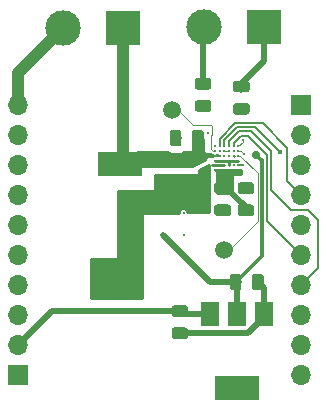
<source format=gbr>
G04 #@! TF.GenerationSoftware,KiCad,Pcbnew,5.1.1-8be2ce7~80~ubuntu18.10.1*
G04 #@! TF.CreationDate,2019-05-25T12:59:07+08:00*
G04 #@! TF.ProjectId,tas2562_dev_pcb,74617332-3536-4325-9f64-65765f706362,rev?*
G04 #@! TF.SameCoordinates,Original*
G04 #@! TF.FileFunction,Copper,L1,Top*
G04 #@! TF.FilePolarity,Positive*
%FSLAX46Y46*%
G04 Gerber Fmt 4.6, Leading zero omitted, Abs format (unit mm)*
G04 Created by KiCad (PCBNEW 5.1.1-8be2ce7~80~ubuntu18.10.1) date 2019-05-25 12:59:07*
%MOMM*%
%LPD*%
G04 APERTURE LIST*
%ADD10O,1.700000X1.700000*%
%ADD11R,1.700000X1.700000*%
%ADD12C,0.230000*%
%ADD13C,0.100000*%
%ADD14C,0.975000*%
%ADD15R,3.700000X2.100000*%
%ADD16R,3.000000X3.000000*%
%ADD17C,3.000000*%
%ADD18C,1.500000*%
%ADD19R,3.800000X2.000000*%
%ADD20R,1.500000X2.000000*%
%ADD21C,0.200000*%
%ADD22C,0.700000*%
%ADD23C,0.300000*%
%ADD24C,0.400000*%
%ADD25C,0.250000*%
%ADD26C,0.500000*%
%ADD27C,0.300000*%
%ADD28C,0.150000*%
%ADD29C,0.200000*%
%ADD30C,1.000000*%
%ADD31C,0.254000*%
G04 APERTURE END LIST*
D10*
X153517600Y-92710000D03*
X153517600Y-90170000D03*
X153517600Y-87630000D03*
X153517600Y-85090000D03*
X153517600Y-82550000D03*
X153517600Y-80010000D03*
X153517600Y-77470000D03*
X153517600Y-74930000D03*
X153517600Y-72390000D03*
D11*
X153517600Y-69850000D03*
D12*
X148218400Y-75345800D03*
X147818400Y-75345800D03*
X147418400Y-75345800D03*
X147018400Y-75345800D03*
X146618400Y-75345800D03*
X146218400Y-75345800D03*
X148218400Y-74945800D03*
X147818400Y-74945800D03*
X147418400Y-74945800D03*
X147018400Y-74945800D03*
X146618400Y-74945800D03*
X146218400Y-74945800D03*
X148218400Y-74545800D03*
X147818400Y-74545800D03*
X147418400Y-74545800D03*
X147018400Y-74545800D03*
X146618400Y-74545800D03*
X146218400Y-74545800D03*
X148218400Y-74145800D03*
X147818400Y-74145800D03*
X147418400Y-74145800D03*
X147018400Y-74145800D03*
X146618400Y-74145800D03*
X146218400Y-74145800D03*
X148218400Y-73745800D03*
X147818400Y-73745800D03*
X147418400Y-73745800D03*
X147018400Y-73745800D03*
X146618400Y-73745800D03*
X146218400Y-73745800D03*
X148218400Y-73345800D03*
X147818400Y-73345800D03*
X147448400Y-73345800D03*
X147018400Y-73345800D03*
X146618400Y-73345800D03*
X146218400Y-73345800D03*
D13*
G36*
X149324142Y-78253674D02*
G01*
X149347803Y-78257184D01*
X149371007Y-78262996D01*
X149393529Y-78271054D01*
X149415153Y-78281282D01*
X149435670Y-78293579D01*
X149454883Y-78307829D01*
X149472607Y-78323893D01*
X149488671Y-78341617D01*
X149502921Y-78360830D01*
X149515218Y-78381347D01*
X149525446Y-78402971D01*
X149533504Y-78425493D01*
X149539316Y-78448697D01*
X149542826Y-78472358D01*
X149544000Y-78496250D01*
X149544000Y-78983750D01*
X149542826Y-79007642D01*
X149539316Y-79031303D01*
X149533504Y-79054507D01*
X149525446Y-79077029D01*
X149515218Y-79098653D01*
X149502921Y-79119170D01*
X149488671Y-79138383D01*
X149472607Y-79156107D01*
X149454883Y-79172171D01*
X149435670Y-79186421D01*
X149415153Y-79198718D01*
X149393529Y-79208946D01*
X149371007Y-79217004D01*
X149347803Y-79222816D01*
X149324142Y-79226326D01*
X149300250Y-79227500D01*
X148387750Y-79227500D01*
X148363858Y-79226326D01*
X148340197Y-79222816D01*
X148316993Y-79217004D01*
X148294471Y-79208946D01*
X148272847Y-79198718D01*
X148252330Y-79186421D01*
X148233117Y-79172171D01*
X148215393Y-79156107D01*
X148199329Y-79138383D01*
X148185079Y-79119170D01*
X148172782Y-79098653D01*
X148162554Y-79077029D01*
X148154496Y-79054507D01*
X148148684Y-79031303D01*
X148145174Y-79007642D01*
X148144000Y-78983750D01*
X148144000Y-78496250D01*
X148145174Y-78472358D01*
X148148684Y-78448697D01*
X148154496Y-78425493D01*
X148162554Y-78402971D01*
X148172782Y-78381347D01*
X148185079Y-78360830D01*
X148199329Y-78341617D01*
X148215393Y-78323893D01*
X148233117Y-78307829D01*
X148252330Y-78293579D01*
X148272847Y-78281282D01*
X148294471Y-78271054D01*
X148316993Y-78262996D01*
X148340197Y-78257184D01*
X148363858Y-78253674D01*
X148387750Y-78252500D01*
X149300250Y-78252500D01*
X149324142Y-78253674D01*
X149324142Y-78253674D01*
G37*
D14*
X148844000Y-78740000D03*
D13*
G36*
X149324142Y-76378674D02*
G01*
X149347803Y-76382184D01*
X149371007Y-76387996D01*
X149393529Y-76396054D01*
X149415153Y-76406282D01*
X149435670Y-76418579D01*
X149454883Y-76432829D01*
X149472607Y-76448893D01*
X149488671Y-76466617D01*
X149502921Y-76485830D01*
X149515218Y-76506347D01*
X149525446Y-76527971D01*
X149533504Y-76550493D01*
X149539316Y-76573697D01*
X149542826Y-76597358D01*
X149544000Y-76621250D01*
X149544000Y-77108750D01*
X149542826Y-77132642D01*
X149539316Y-77156303D01*
X149533504Y-77179507D01*
X149525446Y-77202029D01*
X149515218Y-77223653D01*
X149502921Y-77244170D01*
X149488671Y-77263383D01*
X149472607Y-77281107D01*
X149454883Y-77297171D01*
X149435670Y-77311421D01*
X149415153Y-77323718D01*
X149393529Y-77333946D01*
X149371007Y-77342004D01*
X149347803Y-77347816D01*
X149324142Y-77351326D01*
X149300250Y-77352500D01*
X148387750Y-77352500D01*
X148363858Y-77351326D01*
X148340197Y-77347816D01*
X148316993Y-77342004D01*
X148294471Y-77333946D01*
X148272847Y-77323718D01*
X148252330Y-77311421D01*
X148233117Y-77297171D01*
X148215393Y-77281107D01*
X148199329Y-77263383D01*
X148185079Y-77244170D01*
X148172782Y-77223653D01*
X148162554Y-77202029D01*
X148154496Y-77179507D01*
X148148684Y-77156303D01*
X148145174Y-77132642D01*
X148144000Y-77108750D01*
X148144000Y-76621250D01*
X148145174Y-76597358D01*
X148148684Y-76573697D01*
X148154496Y-76550493D01*
X148162554Y-76527971D01*
X148172782Y-76506347D01*
X148185079Y-76485830D01*
X148199329Y-76466617D01*
X148215393Y-76448893D01*
X148233117Y-76432829D01*
X148252330Y-76418579D01*
X148272847Y-76406282D01*
X148294471Y-76396054D01*
X148316993Y-76387996D01*
X148340197Y-76382184D01*
X148363858Y-76378674D01*
X148387750Y-76377500D01*
X149300250Y-76377500D01*
X149324142Y-76378674D01*
X149324142Y-76378674D01*
G37*
D14*
X148844000Y-76865000D03*
D15*
X138176000Y-74853800D03*
X138176000Y-85140800D03*
D13*
G36*
X143736142Y-88667674D02*
G01*
X143759803Y-88671184D01*
X143783007Y-88676996D01*
X143805529Y-88685054D01*
X143827153Y-88695282D01*
X143847670Y-88707579D01*
X143866883Y-88721829D01*
X143884607Y-88737893D01*
X143900671Y-88755617D01*
X143914921Y-88774830D01*
X143927218Y-88795347D01*
X143937446Y-88816971D01*
X143945504Y-88839493D01*
X143951316Y-88862697D01*
X143954826Y-88886358D01*
X143956000Y-88910250D01*
X143956000Y-89397750D01*
X143954826Y-89421642D01*
X143951316Y-89445303D01*
X143945504Y-89468507D01*
X143937446Y-89491029D01*
X143927218Y-89512653D01*
X143914921Y-89533170D01*
X143900671Y-89552383D01*
X143884607Y-89570107D01*
X143866883Y-89586171D01*
X143847670Y-89600421D01*
X143827153Y-89612718D01*
X143805529Y-89622946D01*
X143783007Y-89631004D01*
X143759803Y-89636816D01*
X143736142Y-89640326D01*
X143712250Y-89641500D01*
X142799750Y-89641500D01*
X142775858Y-89640326D01*
X142752197Y-89636816D01*
X142728993Y-89631004D01*
X142706471Y-89622946D01*
X142684847Y-89612718D01*
X142664330Y-89600421D01*
X142645117Y-89586171D01*
X142627393Y-89570107D01*
X142611329Y-89552383D01*
X142597079Y-89533170D01*
X142584782Y-89512653D01*
X142574554Y-89491029D01*
X142566496Y-89468507D01*
X142560684Y-89445303D01*
X142557174Y-89421642D01*
X142556000Y-89397750D01*
X142556000Y-88910250D01*
X142557174Y-88886358D01*
X142560684Y-88862697D01*
X142566496Y-88839493D01*
X142574554Y-88816971D01*
X142584782Y-88795347D01*
X142597079Y-88774830D01*
X142611329Y-88755617D01*
X142627393Y-88737893D01*
X142645117Y-88721829D01*
X142664330Y-88707579D01*
X142684847Y-88695282D01*
X142706471Y-88685054D01*
X142728993Y-88676996D01*
X142752197Y-88671184D01*
X142775858Y-88667674D01*
X142799750Y-88666500D01*
X143712250Y-88666500D01*
X143736142Y-88667674D01*
X143736142Y-88667674D01*
G37*
D14*
X143256000Y-89154000D03*
D13*
G36*
X143736142Y-86792674D02*
G01*
X143759803Y-86796184D01*
X143783007Y-86801996D01*
X143805529Y-86810054D01*
X143827153Y-86820282D01*
X143847670Y-86832579D01*
X143866883Y-86846829D01*
X143884607Y-86862893D01*
X143900671Y-86880617D01*
X143914921Y-86899830D01*
X143927218Y-86920347D01*
X143937446Y-86941971D01*
X143945504Y-86964493D01*
X143951316Y-86987697D01*
X143954826Y-87011358D01*
X143956000Y-87035250D01*
X143956000Y-87522750D01*
X143954826Y-87546642D01*
X143951316Y-87570303D01*
X143945504Y-87593507D01*
X143937446Y-87616029D01*
X143927218Y-87637653D01*
X143914921Y-87658170D01*
X143900671Y-87677383D01*
X143884607Y-87695107D01*
X143866883Y-87711171D01*
X143847670Y-87725421D01*
X143827153Y-87737718D01*
X143805529Y-87747946D01*
X143783007Y-87756004D01*
X143759803Y-87761816D01*
X143736142Y-87765326D01*
X143712250Y-87766500D01*
X142799750Y-87766500D01*
X142775858Y-87765326D01*
X142752197Y-87761816D01*
X142728993Y-87756004D01*
X142706471Y-87747946D01*
X142684847Y-87737718D01*
X142664330Y-87725421D01*
X142645117Y-87711171D01*
X142627393Y-87695107D01*
X142611329Y-87677383D01*
X142597079Y-87658170D01*
X142584782Y-87637653D01*
X142574554Y-87616029D01*
X142566496Y-87593507D01*
X142560684Y-87570303D01*
X142557174Y-87546642D01*
X142556000Y-87522750D01*
X142556000Y-87035250D01*
X142557174Y-87011358D01*
X142560684Y-86987697D01*
X142566496Y-86964493D01*
X142574554Y-86941971D01*
X142584782Y-86920347D01*
X142597079Y-86899830D01*
X142611329Y-86880617D01*
X142627393Y-86862893D01*
X142645117Y-86846829D01*
X142664330Y-86832579D01*
X142684847Y-86820282D01*
X142706471Y-86810054D01*
X142728993Y-86801996D01*
X142752197Y-86796184D01*
X142775858Y-86792674D01*
X142799750Y-86791500D01*
X143712250Y-86791500D01*
X143736142Y-86792674D01*
X143736142Y-86792674D01*
G37*
D14*
X143256000Y-87279000D03*
D13*
G36*
X148252642Y-84137174D02*
G01*
X148276303Y-84140684D01*
X148299507Y-84146496D01*
X148322029Y-84154554D01*
X148343653Y-84164782D01*
X148364170Y-84177079D01*
X148383383Y-84191329D01*
X148401107Y-84207393D01*
X148417171Y-84225117D01*
X148431421Y-84244330D01*
X148443718Y-84264847D01*
X148453946Y-84286471D01*
X148462004Y-84308993D01*
X148467816Y-84332197D01*
X148471326Y-84355858D01*
X148472500Y-84379750D01*
X148472500Y-85292250D01*
X148471326Y-85316142D01*
X148467816Y-85339803D01*
X148462004Y-85363007D01*
X148453946Y-85385529D01*
X148443718Y-85407153D01*
X148431421Y-85427670D01*
X148417171Y-85446883D01*
X148401107Y-85464607D01*
X148383383Y-85480671D01*
X148364170Y-85494921D01*
X148343653Y-85507218D01*
X148322029Y-85517446D01*
X148299507Y-85525504D01*
X148276303Y-85531316D01*
X148252642Y-85534826D01*
X148228750Y-85536000D01*
X147741250Y-85536000D01*
X147717358Y-85534826D01*
X147693697Y-85531316D01*
X147670493Y-85525504D01*
X147647971Y-85517446D01*
X147626347Y-85507218D01*
X147605830Y-85494921D01*
X147586617Y-85480671D01*
X147568893Y-85464607D01*
X147552829Y-85446883D01*
X147538579Y-85427670D01*
X147526282Y-85407153D01*
X147516054Y-85385529D01*
X147507996Y-85363007D01*
X147502184Y-85339803D01*
X147498674Y-85316142D01*
X147497500Y-85292250D01*
X147497500Y-84379750D01*
X147498674Y-84355858D01*
X147502184Y-84332197D01*
X147507996Y-84308993D01*
X147516054Y-84286471D01*
X147526282Y-84264847D01*
X147538579Y-84244330D01*
X147552829Y-84225117D01*
X147568893Y-84207393D01*
X147586617Y-84191329D01*
X147605830Y-84177079D01*
X147626347Y-84164782D01*
X147647971Y-84154554D01*
X147670493Y-84146496D01*
X147693697Y-84140684D01*
X147717358Y-84137174D01*
X147741250Y-84136000D01*
X148228750Y-84136000D01*
X148252642Y-84137174D01*
X148252642Y-84137174D01*
G37*
D14*
X147985000Y-84836000D03*
D13*
G36*
X150127642Y-84137174D02*
G01*
X150151303Y-84140684D01*
X150174507Y-84146496D01*
X150197029Y-84154554D01*
X150218653Y-84164782D01*
X150239170Y-84177079D01*
X150258383Y-84191329D01*
X150276107Y-84207393D01*
X150292171Y-84225117D01*
X150306421Y-84244330D01*
X150318718Y-84264847D01*
X150328946Y-84286471D01*
X150337004Y-84308993D01*
X150342816Y-84332197D01*
X150346326Y-84355858D01*
X150347500Y-84379750D01*
X150347500Y-85292250D01*
X150346326Y-85316142D01*
X150342816Y-85339803D01*
X150337004Y-85363007D01*
X150328946Y-85385529D01*
X150318718Y-85407153D01*
X150306421Y-85427670D01*
X150292171Y-85446883D01*
X150276107Y-85464607D01*
X150258383Y-85480671D01*
X150239170Y-85494921D01*
X150218653Y-85507218D01*
X150197029Y-85517446D01*
X150174507Y-85525504D01*
X150151303Y-85531316D01*
X150127642Y-85534826D01*
X150103750Y-85536000D01*
X149616250Y-85536000D01*
X149592358Y-85534826D01*
X149568697Y-85531316D01*
X149545493Y-85525504D01*
X149522971Y-85517446D01*
X149501347Y-85507218D01*
X149480830Y-85494921D01*
X149461617Y-85480671D01*
X149443893Y-85464607D01*
X149427829Y-85446883D01*
X149413579Y-85427670D01*
X149401282Y-85407153D01*
X149391054Y-85385529D01*
X149382996Y-85363007D01*
X149377184Y-85339803D01*
X149373674Y-85316142D01*
X149372500Y-85292250D01*
X149372500Y-84379750D01*
X149373674Y-84355858D01*
X149377184Y-84332197D01*
X149382996Y-84308993D01*
X149391054Y-84286471D01*
X149401282Y-84264847D01*
X149413579Y-84244330D01*
X149427829Y-84225117D01*
X149443893Y-84207393D01*
X149461617Y-84191329D01*
X149480830Y-84177079D01*
X149501347Y-84164782D01*
X149522971Y-84154554D01*
X149545493Y-84146496D01*
X149568697Y-84140684D01*
X149592358Y-84137174D01*
X149616250Y-84136000D01*
X150103750Y-84136000D01*
X150127642Y-84137174D01*
X150127642Y-84137174D01*
G37*
D14*
X149860000Y-84836000D03*
D13*
G36*
X147355642Y-78253674D02*
G01*
X147379303Y-78257184D01*
X147402507Y-78262996D01*
X147425029Y-78271054D01*
X147446653Y-78281282D01*
X147467170Y-78293579D01*
X147486383Y-78307829D01*
X147504107Y-78323893D01*
X147520171Y-78341617D01*
X147534421Y-78360830D01*
X147546718Y-78381347D01*
X147556946Y-78402971D01*
X147565004Y-78425493D01*
X147570816Y-78448697D01*
X147574326Y-78472358D01*
X147575500Y-78496250D01*
X147575500Y-78983750D01*
X147574326Y-79007642D01*
X147570816Y-79031303D01*
X147565004Y-79054507D01*
X147556946Y-79077029D01*
X147546718Y-79098653D01*
X147534421Y-79119170D01*
X147520171Y-79138383D01*
X147504107Y-79156107D01*
X147486383Y-79172171D01*
X147467170Y-79186421D01*
X147446653Y-79198718D01*
X147425029Y-79208946D01*
X147402507Y-79217004D01*
X147379303Y-79222816D01*
X147355642Y-79226326D01*
X147331750Y-79227500D01*
X146419250Y-79227500D01*
X146395358Y-79226326D01*
X146371697Y-79222816D01*
X146348493Y-79217004D01*
X146325971Y-79208946D01*
X146304347Y-79198718D01*
X146283830Y-79186421D01*
X146264617Y-79172171D01*
X146246893Y-79156107D01*
X146230829Y-79138383D01*
X146216579Y-79119170D01*
X146204282Y-79098653D01*
X146194054Y-79077029D01*
X146185996Y-79054507D01*
X146180184Y-79031303D01*
X146176674Y-79007642D01*
X146175500Y-78983750D01*
X146175500Y-78496250D01*
X146176674Y-78472358D01*
X146180184Y-78448697D01*
X146185996Y-78425493D01*
X146194054Y-78402971D01*
X146204282Y-78381347D01*
X146216579Y-78360830D01*
X146230829Y-78341617D01*
X146246893Y-78323893D01*
X146264617Y-78307829D01*
X146283830Y-78293579D01*
X146304347Y-78281282D01*
X146325971Y-78271054D01*
X146348493Y-78262996D01*
X146371697Y-78257184D01*
X146395358Y-78253674D01*
X146419250Y-78252500D01*
X147331750Y-78252500D01*
X147355642Y-78253674D01*
X147355642Y-78253674D01*
G37*
D14*
X146875500Y-78740000D03*
D13*
G36*
X147355642Y-76378674D02*
G01*
X147379303Y-76382184D01*
X147402507Y-76387996D01*
X147425029Y-76396054D01*
X147446653Y-76406282D01*
X147467170Y-76418579D01*
X147486383Y-76432829D01*
X147504107Y-76448893D01*
X147520171Y-76466617D01*
X147534421Y-76485830D01*
X147546718Y-76506347D01*
X147556946Y-76527971D01*
X147565004Y-76550493D01*
X147570816Y-76573697D01*
X147574326Y-76597358D01*
X147575500Y-76621250D01*
X147575500Y-77108750D01*
X147574326Y-77132642D01*
X147570816Y-77156303D01*
X147565004Y-77179507D01*
X147556946Y-77202029D01*
X147546718Y-77223653D01*
X147534421Y-77244170D01*
X147520171Y-77263383D01*
X147504107Y-77281107D01*
X147486383Y-77297171D01*
X147467170Y-77311421D01*
X147446653Y-77323718D01*
X147425029Y-77333946D01*
X147402507Y-77342004D01*
X147379303Y-77347816D01*
X147355642Y-77351326D01*
X147331750Y-77352500D01*
X146419250Y-77352500D01*
X146395358Y-77351326D01*
X146371697Y-77347816D01*
X146348493Y-77342004D01*
X146325971Y-77333946D01*
X146304347Y-77323718D01*
X146283830Y-77311421D01*
X146264617Y-77297171D01*
X146246893Y-77281107D01*
X146230829Y-77263383D01*
X146216579Y-77244170D01*
X146204282Y-77223653D01*
X146194054Y-77202029D01*
X146185996Y-77179507D01*
X146180184Y-77156303D01*
X146176674Y-77132642D01*
X146175500Y-77108750D01*
X146175500Y-76621250D01*
X146176674Y-76597358D01*
X146180184Y-76573697D01*
X146185996Y-76550493D01*
X146194054Y-76527971D01*
X146204282Y-76506347D01*
X146216579Y-76485830D01*
X146230829Y-76466617D01*
X146246893Y-76448893D01*
X146264617Y-76432829D01*
X146283830Y-76418579D01*
X146304347Y-76406282D01*
X146325971Y-76396054D01*
X146348493Y-76387996D01*
X146371697Y-76382184D01*
X146395358Y-76378674D01*
X146419250Y-76377500D01*
X147331750Y-76377500D01*
X147355642Y-76378674D01*
X147355642Y-76378674D01*
G37*
D14*
X146875500Y-76865000D03*
D13*
G36*
X143172642Y-71945174D02*
G01*
X143196303Y-71948684D01*
X143219507Y-71954496D01*
X143242029Y-71962554D01*
X143263653Y-71972782D01*
X143284170Y-71985079D01*
X143303383Y-71999329D01*
X143321107Y-72015393D01*
X143337171Y-72033117D01*
X143351421Y-72052330D01*
X143363718Y-72072847D01*
X143373946Y-72094471D01*
X143382004Y-72116993D01*
X143387816Y-72140197D01*
X143391326Y-72163858D01*
X143392500Y-72187750D01*
X143392500Y-73100250D01*
X143391326Y-73124142D01*
X143387816Y-73147803D01*
X143382004Y-73171007D01*
X143373946Y-73193529D01*
X143363718Y-73215153D01*
X143351421Y-73235670D01*
X143337171Y-73254883D01*
X143321107Y-73272607D01*
X143303383Y-73288671D01*
X143284170Y-73302921D01*
X143263653Y-73315218D01*
X143242029Y-73325446D01*
X143219507Y-73333504D01*
X143196303Y-73339316D01*
X143172642Y-73342826D01*
X143148750Y-73344000D01*
X142661250Y-73344000D01*
X142637358Y-73342826D01*
X142613697Y-73339316D01*
X142590493Y-73333504D01*
X142567971Y-73325446D01*
X142546347Y-73315218D01*
X142525830Y-73302921D01*
X142506617Y-73288671D01*
X142488893Y-73272607D01*
X142472829Y-73254883D01*
X142458579Y-73235670D01*
X142446282Y-73215153D01*
X142436054Y-73193529D01*
X142427996Y-73171007D01*
X142422184Y-73147803D01*
X142418674Y-73124142D01*
X142417500Y-73100250D01*
X142417500Y-72187750D01*
X142418674Y-72163858D01*
X142422184Y-72140197D01*
X142427996Y-72116993D01*
X142436054Y-72094471D01*
X142446282Y-72072847D01*
X142458579Y-72052330D01*
X142472829Y-72033117D01*
X142488893Y-72015393D01*
X142506617Y-71999329D01*
X142525830Y-71985079D01*
X142546347Y-71972782D01*
X142567971Y-71962554D01*
X142590493Y-71954496D01*
X142613697Y-71948684D01*
X142637358Y-71945174D01*
X142661250Y-71944000D01*
X143148750Y-71944000D01*
X143172642Y-71945174D01*
X143172642Y-71945174D01*
G37*
D14*
X142905000Y-72644000D03*
D13*
G36*
X145047642Y-71945174D02*
G01*
X145071303Y-71948684D01*
X145094507Y-71954496D01*
X145117029Y-71962554D01*
X145138653Y-71972782D01*
X145159170Y-71985079D01*
X145178383Y-71999329D01*
X145196107Y-72015393D01*
X145212171Y-72033117D01*
X145226421Y-72052330D01*
X145238718Y-72072847D01*
X145248946Y-72094471D01*
X145257004Y-72116993D01*
X145262816Y-72140197D01*
X145266326Y-72163858D01*
X145267500Y-72187750D01*
X145267500Y-73100250D01*
X145266326Y-73124142D01*
X145262816Y-73147803D01*
X145257004Y-73171007D01*
X145248946Y-73193529D01*
X145238718Y-73215153D01*
X145226421Y-73235670D01*
X145212171Y-73254883D01*
X145196107Y-73272607D01*
X145178383Y-73288671D01*
X145159170Y-73302921D01*
X145138653Y-73315218D01*
X145117029Y-73325446D01*
X145094507Y-73333504D01*
X145071303Y-73339316D01*
X145047642Y-73342826D01*
X145023750Y-73344000D01*
X144536250Y-73344000D01*
X144512358Y-73342826D01*
X144488697Y-73339316D01*
X144465493Y-73333504D01*
X144442971Y-73325446D01*
X144421347Y-73315218D01*
X144400830Y-73302921D01*
X144381617Y-73288671D01*
X144363893Y-73272607D01*
X144347829Y-73254883D01*
X144333579Y-73235670D01*
X144321282Y-73215153D01*
X144311054Y-73193529D01*
X144302996Y-73171007D01*
X144297184Y-73147803D01*
X144293674Y-73124142D01*
X144292500Y-73100250D01*
X144292500Y-72187750D01*
X144293674Y-72163858D01*
X144297184Y-72140197D01*
X144302996Y-72116993D01*
X144311054Y-72094471D01*
X144321282Y-72072847D01*
X144333579Y-72052330D01*
X144347829Y-72033117D01*
X144363893Y-72015393D01*
X144381617Y-71999329D01*
X144400830Y-71985079D01*
X144421347Y-71972782D01*
X144442971Y-71962554D01*
X144465493Y-71954496D01*
X144488697Y-71948684D01*
X144512358Y-71945174D01*
X144536250Y-71944000D01*
X145023750Y-71944000D01*
X145047642Y-71945174D01*
X145047642Y-71945174D01*
G37*
D14*
X144780000Y-72644000D03*
D11*
X153517600Y-69850000D03*
D10*
X153517600Y-72390000D03*
X153517600Y-74930000D03*
X153517600Y-77470000D03*
X153517600Y-80010000D03*
X153517600Y-82550000D03*
X153517600Y-85090000D03*
X153517600Y-87630000D03*
X153517600Y-90170000D03*
X153517600Y-92710000D03*
D16*
X138430000Y-63347600D03*
D17*
X133350000Y-63347600D03*
D10*
X129540000Y-69850000D03*
X129540000Y-72390000D03*
X129540000Y-74930000D03*
X129540000Y-77470000D03*
X129540000Y-80010000D03*
X129540000Y-82550000D03*
X129540000Y-85090000D03*
X129540000Y-87630000D03*
X129540000Y-90170000D03*
D11*
X129540000Y-92710000D03*
D13*
G36*
X145704642Y-67552174D02*
G01*
X145728303Y-67555684D01*
X145751507Y-67561496D01*
X145774029Y-67569554D01*
X145795653Y-67579782D01*
X145816170Y-67592079D01*
X145835383Y-67606329D01*
X145853107Y-67622393D01*
X145869171Y-67640117D01*
X145883421Y-67659330D01*
X145895718Y-67679847D01*
X145905946Y-67701471D01*
X145914004Y-67723993D01*
X145919816Y-67747197D01*
X145923326Y-67770858D01*
X145924500Y-67794750D01*
X145924500Y-68282250D01*
X145923326Y-68306142D01*
X145919816Y-68329803D01*
X145914004Y-68353007D01*
X145905946Y-68375529D01*
X145895718Y-68397153D01*
X145883421Y-68417670D01*
X145869171Y-68436883D01*
X145853107Y-68454607D01*
X145835383Y-68470671D01*
X145816170Y-68484921D01*
X145795653Y-68497218D01*
X145774029Y-68507446D01*
X145751507Y-68515504D01*
X145728303Y-68521316D01*
X145704642Y-68524826D01*
X145680750Y-68526000D01*
X144768250Y-68526000D01*
X144744358Y-68524826D01*
X144720697Y-68521316D01*
X144697493Y-68515504D01*
X144674971Y-68507446D01*
X144653347Y-68497218D01*
X144632830Y-68484921D01*
X144613617Y-68470671D01*
X144595893Y-68454607D01*
X144579829Y-68436883D01*
X144565579Y-68417670D01*
X144553282Y-68397153D01*
X144543054Y-68375529D01*
X144534996Y-68353007D01*
X144529184Y-68329803D01*
X144525674Y-68306142D01*
X144524500Y-68282250D01*
X144524500Y-67794750D01*
X144525674Y-67770858D01*
X144529184Y-67747197D01*
X144534996Y-67723993D01*
X144543054Y-67701471D01*
X144553282Y-67679847D01*
X144565579Y-67659330D01*
X144579829Y-67640117D01*
X144595893Y-67622393D01*
X144613617Y-67606329D01*
X144632830Y-67592079D01*
X144653347Y-67579782D01*
X144674971Y-67569554D01*
X144697493Y-67561496D01*
X144720697Y-67555684D01*
X144744358Y-67552174D01*
X144768250Y-67551000D01*
X145680750Y-67551000D01*
X145704642Y-67552174D01*
X145704642Y-67552174D01*
G37*
D14*
X145224500Y-68038500D03*
D13*
G36*
X145704642Y-69427174D02*
G01*
X145728303Y-69430684D01*
X145751507Y-69436496D01*
X145774029Y-69444554D01*
X145795653Y-69454782D01*
X145816170Y-69467079D01*
X145835383Y-69481329D01*
X145853107Y-69497393D01*
X145869171Y-69515117D01*
X145883421Y-69534330D01*
X145895718Y-69554847D01*
X145905946Y-69576471D01*
X145914004Y-69598993D01*
X145919816Y-69622197D01*
X145923326Y-69645858D01*
X145924500Y-69669750D01*
X145924500Y-70157250D01*
X145923326Y-70181142D01*
X145919816Y-70204803D01*
X145914004Y-70228007D01*
X145905946Y-70250529D01*
X145895718Y-70272153D01*
X145883421Y-70292670D01*
X145869171Y-70311883D01*
X145853107Y-70329607D01*
X145835383Y-70345671D01*
X145816170Y-70359921D01*
X145795653Y-70372218D01*
X145774029Y-70382446D01*
X145751507Y-70390504D01*
X145728303Y-70396316D01*
X145704642Y-70399826D01*
X145680750Y-70401000D01*
X144768250Y-70401000D01*
X144744358Y-70399826D01*
X144720697Y-70396316D01*
X144697493Y-70390504D01*
X144674971Y-70382446D01*
X144653347Y-70372218D01*
X144632830Y-70359921D01*
X144613617Y-70345671D01*
X144595893Y-70329607D01*
X144579829Y-70311883D01*
X144565579Y-70292670D01*
X144553282Y-70272153D01*
X144543054Y-70250529D01*
X144534996Y-70228007D01*
X144529184Y-70204803D01*
X144525674Y-70181142D01*
X144524500Y-70157250D01*
X144524500Y-69669750D01*
X144525674Y-69645858D01*
X144529184Y-69622197D01*
X144534996Y-69598993D01*
X144543054Y-69576471D01*
X144553282Y-69554847D01*
X144565579Y-69534330D01*
X144579829Y-69515117D01*
X144595893Y-69497393D01*
X144613617Y-69481329D01*
X144632830Y-69467079D01*
X144653347Y-69454782D01*
X144674971Y-69444554D01*
X144697493Y-69436496D01*
X144720697Y-69430684D01*
X144744358Y-69427174D01*
X144768250Y-69426000D01*
X145680750Y-69426000D01*
X145704642Y-69427174D01*
X145704642Y-69427174D01*
G37*
D14*
X145224500Y-69913500D03*
D13*
G36*
X148943142Y-67791174D02*
G01*
X148966803Y-67794684D01*
X148990007Y-67800496D01*
X149012529Y-67808554D01*
X149034153Y-67818782D01*
X149054670Y-67831079D01*
X149073883Y-67845329D01*
X149091607Y-67861393D01*
X149107671Y-67879117D01*
X149121921Y-67898330D01*
X149134218Y-67918847D01*
X149144446Y-67940471D01*
X149152504Y-67962993D01*
X149158316Y-67986197D01*
X149161826Y-68009858D01*
X149163000Y-68033750D01*
X149163000Y-68521250D01*
X149161826Y-68545142D01*
X149158316Y-68568803D01*
X149152504Y-68592007D01*
X149144446Y-68614529D01*
X149134218Y-68636153D01*
X149121921Y-68656670D01*
X149107671Y-68675883D01*
X149091607Y-68693607D01*
X149073883Y-68709671D01*
X149054670Y-68723921D01*
X149034153Y-68736218D01*
X149012529Y-68746446D01*
X148990007Y-68754504D01*
X148966803Y-68760316D01*
X148943142Y-68763826D01*
X148919250Y-68765000D01*
X148006750Y-68765000D01*
X147982858Y-68763826D01*
X147959197Y-68760316D01*
X147935993Y-68754504D01*
X147913471Y-68746446D01*
X147891847Y-68736218D01*
X147871330Y-68723921D01*
X147852117Y-68709671D01*
X147834393Y-68693607D01*
X147818329Y-68675883D01*
X147804079Y-68656670D01*
X147791782Y-68636153D01*
X147781554Y-68614529D01*
X147773496Y-68592007D01*
X147767684Y-68568803D01*
X147764174Y-68545142D01*
X147763000Y-68521250D01*
X147763000Y-68033750D01*
X147764174Y-68009858D01*
X147767684Y-67986197D01*
X147773496Y-67962993D01*
X147781554Y-67940471D01*
X147791782Y-67918847D01*
X147804079Y-67898330D01*
X147818329Y-67879117D01*
X147834393Y-67861393D01*
X147852117Y-67845329D01*
X147871330Y-67831079D01*
X147891847Y-67818782D01*
X147913471Y-67808554D01*
X147935993Y-67800496D01*
X147959197Y-67794684D01*
X147982858Y-67791174D01*
X148006750Y-67790000D01*
X148919250Y-67790000D01*
X148943142Y-67791174D01*
X148943142Y-67791174D01*
G37*
D14*
X148463000Y-68277500D03*
D13*
G36*
X148943142Y-69666174D02*
G01*
X148966803Y-69669684D01*
X148990007Y-69675496D01*
X149012529Y-69683554D01*
X149034153Y-69693782D01*
X149054670Y-69706079D01*
X149073883Y-69720329D01*
X149091607Y-69736393D01*
X149107671Y-69754117D01*
X149121921Y-69773330D01*
X149134218Y-69793847D01*
X149144446Y-69815471D01*
X149152504Y-69837993D01*
X149158316Y-69861197D01*
X149161826Y-69884858D01*
X149163000Y-69908750D01*
X149163000Y-70396250D01*
X149161826Y-70420142D01*
X149158316Y-70443803D01*
X149152504Y-70467007D01*
X149144446Y-70489529D01*
X149134218Y-70511153D01*
X149121921Y-70531670D01*
X149107671Y-70550883D01*
X149091607Y-70568607D01*
X149073883Y-70584671D01*
X149054670Y-70598921D01*
X149034153Y-70611218D01*
X149012529Y-70621446D01*
X148990007Y-70629504D01*
X148966803Y-70635316D01*
X148943142Y-70638826D01*
X148919250Y-70640000D01*
X148006750Y-70640000D01*
X147982858Y-70638826D01*
X147959197Y-70635316D01*
X147935993Y-70629504D01*
X147913471Y-70621446D01*
X147891847Y-70611218D01*
X147871330Y-70598921D01*
X147852117Y-70584671D01*
X147834393Y-70568607D01*
X147818329Y-70550883D01*
X147804079Y-70531670D01*
X147791782Y-70511153D01*
X147781554Y-70489529D01*
X147773496Y-70467007D01*
X147767684Y-70443803D01*
X147764174Y-70420142D01*
X147763000Y-70396250D01*
X147763000Y-69908750D01*
X147764174Y-69884858D01*
X147767684Y-69861197D01*
X147773496Y-69837993D01*
X147781554Y-69815471D01*
X147791782Y-69793847D01*
X147804079Y-69773330D01*
X147818329Y-69754117D01*
X147834393Y-69736393D01*
X147852117Y-69720329D01*
X147871330Y-69706079D01*
X147891847Y-69693782D01*
X147913471Y-69683554D01*
X147935993Y-69675496D01*
X147959197Y-69669684D01*
X147982858Y-69666174D01*
X148006750Y-69665000D01*
X148919250Y-69665000D01*
X148943142Y-69666174D01*
X148943142Y-69666174D01*
G37*
D14*
X148463000Y-70152500D03*
D17*
X145288000Y-63246000D03*
D16*
X150368000Y-63246000D03*
D18*
X142557500Y-70231000D03*
X147002500Y-82105500D03*
D19*
X148082000Y-93828000D03*
D20*
X148082000Y-87528000D03*
X145782000Y-87528000D03*
X150382000Y-87528000D03*
D21*
X148919080Y-76703267D03*
X147430790Y-74158190D03*
X141859000Y-80873600D03*
D22*
X149723010Y-74041000D03*
D21*
X148674064Y-73983116D03*
X143588500Y-78945500D03*
X146218400Y-73345800D03*
X143611600Y-80797400D03*
D23*
X144637112Y-74025112D03*
X143288968Y-74025112D03*
X141940828Y-74025112D03*
X140592688Y-74025112D03*
X141266758Y-74025112D03*
X142614898Y-74025112D03*
X143963038Y-74025112D03*
X138176000Y-74853800D03*
D21*
X146240500Y-74168000D03*
X146618400Y-74145800D03*
X146618400Y-74145800D03*
X146618400Y-74145800D03*
X146618400Y-74145800D03*
X146618400Y-74145800D03*
X146618400Y-74145800D03*
D23*
X144637112Y-74533112D03*
X141940828Y-74533112D03*
X143963038Y-74533112D03*
X140592688Y-74533112D03*
X142614898Y-74533112D03*
X141266758Y-74533112D03*
X143288968Y-74533112D03*
X144780000Y-72644000D03*
X145278424Y-74145800D03*
D21*
X146218400Y-74945800D03*
X146618400Y-74945800D03*
X145605510Y-75183998D03*
X145542000Y-75755500D03*
X147818400Y-74145800D03*
X147018400Y-74145800D03*
D23*
X145224500Y-66865500D03*
D21*
X148590000Y-72771004D03*
D24*
X151701500Y-73787000D03*
D21*
X146618400Y-73745800D03*
X147818400Y-74945800D03*
D23*
X145224500Y-69913500D03*
D21*
X148584010Y-74945800D03*
X148463000Y-70152516D03*
X145669000Y-72199500D03*
X147827119Y-73752957D03*
X147018400Y-74545800D03*
X146218400Y-74545800D03*
X146618400Y-74545800D03*
X147418400Y-74945800D03*
D23*
X146939000Y-78456000D03*
X149860000Y-84836000D03*
X150382000Y-85866000D03*
X150382000Y-87528000D03*
X143256000Y-89154000D03*
X146177000Y-89154000D03*
X147574000Y-89154000D03*
X144653000Y-89154000D03*
X149274250Y-88885750D03*
D21*
X147418400Y-73745800D03*
D23*
X142905000Y-72644000D03*
D25*
X146218400Y-75345800D02*
X148218400Y-75345800D01*
D26*
X146939000Y-76581000D02*
X148844000Y-78486000D01*
X148082000Y-84933000D02*
X147985000Y-84836000D01*
X148082000Y-87528000D02*
X148082000Y-84933000D01*
X147985000Y-84836000D02*
X145821400Y-84836000D01*
X145821400Y-84836000D02*
X141859000Y-80873600D01*
D13*
X148574065Y-73883117D02*
X148674064Y-73983116D01*
X148218400Y-73745800D02*
X148436748Y-73745800D01*
X148436748Y-73745800D02*
X148574065Y-73883117D01*
D27*
X147985000Y-84836000D02*
X150210011Y-82610989D01*
X150073009Y-74390999D02*
X149723010Y-74041000D01*
X150210011Y-74528001D02*
X150073009Y-74390999D01*
X150210011Y-82610989D02*
X150210011Y-74528001D01*
D28*
X146402874Y-74145800D02*
X146618400Y-74145800D01*
D26*
X138176000Y-74853800D02*
X139903200Y-74853800D01*
D28*
X145557888Y-74152112D02*
X146240500Y-74168000D01*
D26*
X145272112Y-74152112D02*
X145557888Y-74152112D01*
X141227688Y-74152112D02*
X142097112Y-74152112D01*
X142097112Y-74152112D02*
X142732112Y-74152112D01*
X142732112Y-74152112D02*
X143208388Y-74152112D01*
X143652888Y-74152112D02*
X144287888Y-74152112D01*
D13*
X144287888Y-74025112D02*
X144002112Y-74025112D01*
D26*
X144922888Y-74152112D02*
X145272112Y-74152112D01*
X144287888Y-74152112D02*
X144637112Y-74152112D01*
D29*
X144643424Y-74018800D02*
X144637112Y-74025112D01*
D13*
X146218400Y-74145800D02*
X146472300Y-74145800D01*
D29*
X145627700Y-74145800D02*
X146472300Y-74145800D01*
D13*
X146472300Y-74145800D02*
X146618400Y-74145800D01*
D29*
X146618400Y-74145800D02*
X145627700Y-74145800D01*
D13*
X146218400Y-74145800D02*
X145646800Y-74145800D01*
D29*
X145646800Y-74145800D02*
X146618400Y-74145800D01*
D26*
X140526000Y-74853800D02*
X141227688Y-74152112D01*
D28*
X146240500Y-74168000D02*
X146402874Y-74145800D01*
D13*
X146618400Y-74145800D02*
X146618400Y-74145800D01*
X146618400Y-74145800D02*
X146618400Y-74145800D01*
X146618400Y-74145800D02*
X146618400Y-74145800D01*
X146618400Y-74145800D02*
X146618400Y-74145800D01*
X146618400Y-74145800D02*
X146618400Y-74145800D01*
X146618400Y-74145800D02*
X146618400Y-74145800D01*
D26*
X139903200Y-74853800D02*
X140526000Y-74853800D01*
X143208388Y-74152112D02*
X143652888Y-74152112D01*
D13*
X145646800Y-74145800D02*
X145373700Y-74145800D01*
D29*
X145627700Y-74145800D02*
X145278424Y-74145800D01*
D26*
X145373700Y-74145800D02*
X145278424Y-74145800D01*
D30*
X138430000Y-74599800D02*
X138176000Y-74853800D01*
X138430000Y-63347600D02*
X138430000Y-74599800D01*
D13*
X146618400Y-74945800D02*
X147018400Y-74945800D01*
D25*
X146218400Y-74945800D02*
X145938800Y-74945800D01*
D13*
X145780200Y-74945800D02*
X146034200Y-74945800D01*
D29*
X147018400Y-74945800D02*
X146034200Y-74945800D01*
X146034200Y-74945800D02*
X145938800Y-74945800D01*
D13*
X146218400Y-74945800D02*
X145780200Y-74945800D01*
D25*
X147018400Y-74945800D02*
X146218400Y-74945800D01*
D13*
X145780200Y-74945800D02*
X145669000Y-75057000D01*
D26*
X143505000Y-87528000D02*
X143256000Y-87279000D01*
X145782000Y-87528000D02*
X143505000Y-87528000D01*
X132431000Y-87279000D02*
X143256000Y-87279000D01*
X129540000Y-90170000D02*
X132431000Y-87279000D01*
X150368000Y-66120800D02*
X150368000Y-63246000D01*
X148513800Y-67975000D02*
X150368000Y-66120800D01*
D25*
X147818400Y-74145800D02*
X147828399Y-74145800D01*
D26*
X145224500Y-63309500D02*
X145288000Y-63246000D01*
X145224500Y-68038500D02*
X145224500Y-66865500D01*
X145224500Y-66865500D02*
X145224500Y-63309500D01*
D13*
X148218400Y-73345800D02*
X148590000Y-72974200D01*
X148590000Y-72974200D02*
X148590000Y-72912425D01*
X148590000Y-72912425D02*
X148590000Y-72771004D01*
D29*
X151501501Y-73587001D02*
X151701500Y-73787000D01*
X149635477Y-71720977D02*
X151501501Y-73587001D01*
X148068541Y-71720977D02*
X149635477Y-71720977D01*
X147018400Y-73345800D02*
X147018400Y-72771118D01*
X147018400Y-72771118D02*
X148068541Y-71720977D01*
D28*
X152667601Y-76620001D02*
X153517600Y-77470000D01*
X146618400Y-72711486D02*
X147933919Y-71395967D01*
X147933919Y-71395967D02*
X150256971Y-71395967D01*
X152317002Y-73455998D02*
X152317002Y-76269402D01*
X146618400Y-73345800D02*
X146618400Y-72711486D01*
X150256971Y-71395967D02*
X152317002Y-73455998D01*
X152317002Y-76269402D02*
X152667601Y-76620001D01*
D29*
X148991008Y-72420994D02*
X150610022Y-74040008D01*
X150610022Y-79642422D02*
X152667601Y-81700001D01*
X152667601Y-81700001D02*
X153517600Y-82550000D01*
X150610022Y-74040008D02*
X150610022Y-79642422D01*
X147818400Y-73345800D02*
X147818400Y-73024592D01*
X148421998Y-72420994D02*
X148991008Y-72420994D01*
X147818400Y-73024592D02*
X148421998Y-72420994D01*
X154940000Y-83667600D02*
X154367599Y-84240001D01*
X154940000Y-79565500D02*
X154940000Y-83667600D01*
X154114500Y-78740000D02*
X154940000Y-79565500D01*
X147448400Y-72899602D02*
X148277019Y-72070983D01*
X154367599Y-84240001D02*
X153517600Y-85090000D01*
X147448400Y-73345800D02*
X147448400Y-72899602D01*
X148277019Y-72070983D02*
X149286983Y-72070983D01*
X152654000Y-78740000D02*
X154114500Y-78740000D01*
X150960033Y-73744033D02*
X150960033Y-77046033D01*
X149286983Y-72070983D02*
X150960033Y-73744033D01*
X150960033Y-77046033D02*
X152654000Y-78740000D01*
X148218400Y-74945800D02*
X148584010Y-74945800D01*
D27*
X148513800Y-69850000D02*
X148463000Y-69900800D01*
X148463000Y-70011095D02*
X148463000Y-70152516D01*
X148463000Y-69900800D02*
X148463000Y-70011095D01*
D13*
X146218400Y-73745800D02*
X146055766Y-73745800D01*
X146055766Y-73745800D02*
X145903399Y-73593433D01*
X144355101Y-71520601D02*
X143942499Y-71107999D01*
X145903399Y-71520601D02*
X144355101Y-71520601D01*
X143942499Y-71107999D02*
X143192500Y-70358000D01*
X145969001Y-71586203D02*
X145903399Y-71520601D01*
X145969001Y-72343501D02*
X145969001Y-71586203D01*
X145903399Y-72409103D02*
X145969001Y-72343501D01*
X145903399Y-73593433D02*
X145903399Y-72409103D01*
X149860000Y-79629000D02*
X147383500Y-82105500D01*
X147383500Y-82105500D02*
X147002500Y-82105500D01*
X149860000Y-75624766D02*
X149860000Y-79629000D01*
X148218400Y-74145800D02*
X148381034Y-74145800D01*
X148381034Y-74145800D02*
X149860000Y-75624766D01*
X147018400Y-73745800D02*
X147018400Y-73707600D01*
X147418400Y-73745800D02*
X147405800Y-73745800D01*
D28*
X146218400Y-74545800D02*
X146618400Y-74545800D01*
X146618400Y-74545800D02*
X147018400Y-74545800D01*
X147818400Y-74545800D02*
X148218400Y-74545800D01*
D26*
X150382000Y-85358000D02*
X149860000Y-84836000D01*
X150382000Y-87778000D02*
X150382000Y-87528000D01*
D25*
X146218400Y-74545800D02*
X148218400Y-74545800D01*
D28*
X147018400Y-74545800D02*
X147418400Y-74545800D01*
X147818400Y-74545800D02*
X147418400Y-74545800D01*
X147418400Y-74545800D02*
X147418350Y-74545850D01*
X147418400Y-74945800D02*
X147418400Y-74545800D01*
D25*
X147418400Y-74535801D02*
X147418400Y-74945800D01*
D30*
X129540000Y-67157600D02*
X133350000Y-63347600D01*
X129540000Y-69850000D02*
X129540000Y-67157600D01*
D26*
X150382000Y-87528000D02*
X150382000Y-85866000D01*
X150382000Y-85866000D02*
X150382000Y-85358000D01*
X146177000Y-89154000D02*
X147574000Y-89154000D01*
X147574000Y-89154000D02*
X149006000Y-89154000D01*
X143256000Y-89154000D02*
X144653000Y-89154000D01*
X144653000Y-89154000D02*
X146177000Y-89154000D01*
X149006000Y-89154000D02*
X149274250Y-88885750D01*
X149274250Y-88885750D02*
X150382000Y-87778000D01*
D13*
X147418400Y-73745800D02*
X147018400Y-73745800D01*
D31*
G36*
X144934000Y-72271891D02*
G01*
X144962246Y-72413891D01*
X145017652Y-72547653D01*
X145098088Y-72668035D01*
X145200465Y-72770412D01*
X145218400Y-72782395D01*
X145218399Y-73559793D01*
X145215086Y-73593433D01*
X145218399Y-73627072D01*
X145218399Y-73627079D01*
X145228311Y-73727715D01*
X145267480Y-73856838D01*
X145331087Y-73975839D01*
X145348575Y-73997148D01*
X145395239Y-74054009D01*
X145395245Y-74054015D01*
X145416688Y-74080143D01*
X145442818Y-74101588D01*
X145541393Y-74200162D01*
X145512854Y-74253553D01*
X145491698Y-74323295D01*
X145397793Y-74373488D01*
X145293489Y-74459089D01*
X145286691Y-74467373D01*
X144273997Y-74961944D01*
X139636500Y-74992656D01*
X139636500Y-73787000D01*
X142114727Y-73787000D01*
X142171336Y-73833458D01*
X142323791Y-73914947D01*
X142489215Y-73965128D01*
X142661250Y-73982072D01*
X143148750Y-73982072D01*
X143320785Y-73965128D01*
X143486209Y-73914947D01*
X143638664Y-73833458D01*
X143695273Y-73787000D01*
X144272000Y-73787000D01*
X144296776Y-73784560D01*
X144320601Y-73777333D01*
X144342557Y-73765597D01*
X144361803Y-73749803D01*
X144377597Y-73730557D01*
X144389333Y-73708601D01*
X144396560Y-73684776D01*
X144399000Y-73660000D01*
X144399000Y-72205601D01*
X144934000Y-72205601D01*
X144934000Y-72271891D01*
X144934000Y-72271891D01*
G37*
X144934000Y-72271891D02*
X144962246Y-72413891D01*
X145017652Y-72547653D01*
X145098088Y-72668035D01*
X145200465Y-72770412D01*
X145218400Y-72782395D01*
X145218399Y-73559793D01*
X145215086Y-73593433D01*
X145218399Y-73627072D01*
X145218399Y-73627079D01*
X145228311Y-73727715D01*
X145267480Y-73856838D01*
X145331087Y-73975839D01*
X145348575Y-73997148D01*
X145395239Y-74054009D01*
X145395245Y-74054015D01*
X145416688Y-74080143D01*
X145442818Y-74101588D01*
X145541393Y-74200162D01*
X145512854Y-74253553D01*
X145491698Y-74323295D01*
X145397793Y-74373488D01*
X145293489Y-74459089D01*
X145286691Y-74467373D01*
X144273997Y-74961944D01*
X139636500Y-74992656D01*
X139636500Y-73787000D01*
X142114727Y-73787000D01*
X142171336Y-73833458D01*
X142323791Y-73914947D01*
X142489215Y-73965128D01*
X142661250Y-73982072D01*
X143148750Y-73982072D01*
X143320785Y-73965128D01*
X143486209Y-73914947D01*
X143638664Y-73833458D01*
X143695273Y-73787000D01*
X144272000Y-73787000D01*
X144296776Y-73784560D01*
X144320601Y-73777333D01*
X144342557Y-73765597D01*
X144361803Y-73749803D01*
X144377597Y-73730557D01*
X144389333Y-73708601D01*
X144396560Y-73684776D01*
X144399000Y-73660000D01*
X144399000Y-72205601D01*
X144934000Y-72205601D01*
X144934000Y-72271891D01*
D29*
G36*
X145767112Y-73952268D02*
G01*
X145776353Y-73969557D01*
X145788789Y-73984711D01*
X145803943Y-73997147D01*
X145821232Y-74006388D01*
X145839991Y-74012079D01*
X145859500Y-74014000D01*
X145921128Y-74014000D01*
X145940406Y-74024304D01*
X145996956Y-74041459D01*
X146005103Y-74042261D01*
X146045508Y-74069259D01*
X146111933Y-74096773D01*
X146182451Y-74110800D01*
X146254349Y-74110800D01*
X146324867Y-74096773D01*
X146391292Y-74069259D01*
X146418400Y-74051146D01*
X146445508Y-74069259D01*
X146511933Y-74096773D01*
X146582451Y-74110800D01*
X146653400Y-74110800D01*
X146653400Y-74170800D01*
X146199981Y-74170800D01*
X146144887Y-74176226D01*
X146082998Y-74195000D01*
X145923000Y-74195000D01*
X145903491Y-74196921D01*
X145884732Y-74202612D01*
X145867443Y-74211853D01*
X145852289Y-74224289D01*
X145839853Y-74239443D01*
X145830612Y-74256732D01*
X145830076Y-74258500D01*
X145197500Y-74258500D01*
X145197500Y-73950500D01*
X145766576Y-73950500D01*
X145767112Y-73952268D01*
X145767112Y-73952268D01*
G37*
X145767112Y-73952268D02*
X145776353Y-73969557D01*
X145788789Y-73984711D01*
X145803943Y-73997147D01*
X145821232Y-74006388D01*
X145839991Y-74012079D01*
X145859500Y-74014000D01*
X145921128Y-74014000D01*
X145940406Y-74024304D01*
X145996956Y-74041459D01*
X146005103Y-74042261D01*
X146045508Y-74069259D01*
X146111933Y-74096773D01*
X146182451Y-74110800D01*
X146254349Y-74110800D01*
X146324867Y-74096773D01*
X146391292Y-74069259D01*
X146418400Y-74051146D01*
X146445508Y-74069259D01*
X146511933Y-74096773D01*
X146582451Y-74110800D01*
X146653400Y-74110800D01*
X146653400Y-74170800D01*
X146199981Y-74170800D01*
X146144887Y-74176226D01*
X146082998Y-74195000D01*
X145923000Y-74195000D01*
X145903491Y-74196921D01*
X145884732Y-74202612D01*
X145867443Y-74211853D01*
X145852289Y-74224289D01*
X145839853Y-74239443D01*
X145830612Y-74256732D01*
X145830076Y-74258500D01*
X145197500Y-74258500D01*
X145197500Y-73950500D01*
X145766576Y-73950500D01*
X145767112Y-73952268D01*
D27*
G36*
X145709500Y-78909175D02*
G01*
X143988500Y-78928512D01*
X143988500Y-78906103D01*
X143973128Y-78828824D01*
X143942975Y-78756029D01*
X143899200Y-78690515D01*
X143843485Y-78634800D01*
X143777971Y-78591025D01*
X143705176Y-78560872D01*
X143627897Y-78545500D01*
X143549103Y-78545500D01*
X143471824Y-78560872D01*
X143399029Y-78591025D01*
X143333515Y-78634800D01*
X143277800Y-78690515D01*
X143234025Y-78756029D01*
X143203872Y-78828824D01*
X143188500Y-78906103D01*
X143188500Y-78937501D01*
X140206315Y-78971009D01*
X140177085Y-78974220D01*
X140149044Y-78983072D01*
X140123268Y-78997224D01*
X140100749Y-79016132D01*
X140082351Y-79039071D01*
X140068782Y-79065158D01*
X140060563Y-79093391D01*
X140058000Y-79121000D01*
X140058000Y-86210000D01*
X135786000Y-86210000D01*
X135786000Y-82954000D01*
X137922000Y-82954000D01*
X137951264Y-82951118D01*
X137979403Y-82942582D01*
X138005336Y-82928720D01*
X138028066Y-82910066D01*
X138046720Y-82887336D01*
X138060582Y-82861403D01*
X138069118Y-82833264D01*
X138072000Y-82804000D01*
X138072000Y-77239000D01*
X141097000Y-77239000D01*
X141126264Y-77236118D01*
X141154403Y-77227582D01*
X141180336Y-77213720D01*
X141203066Y-77195066D01*
X141221720Y-77172336D01*
X141235582Y-77146403D01*
X141244118Y-77118264D01*
X141247000Y-77089000D01*
X141247000Y-75842000D01*
X144780000Y-75842000D01*
X144809264Y-75839118D01*
X144837403Y-75830582D01*
X144863336Y-75816720D01*
X144886066Y-75798066D01*
X144904720Y-75775336D01*
X144918582Y-75749403D01*
X144927118Y-75721264D01*
X144930000Y-75692000D01*
X144930000Y-75401312D01*
X145709500Y-74988635D01*
X145709500Y-78909175D01*
X145709500Y-78909175D01*
G37*
X145709500Y-78909175D02*
X143988500Y-78928512D01*
X143988500Y-78906103D01*
X143973128Y-78828824D01*
X143942975Y-78756029D01*
X143899200Y-78690515D01*
X143843485Y-78634800D01*
X143777971Y-78591025D01*
X143705176Y-78560872D01*
X143627897Y-78545500D01*
X143549103Y-78545500D01*
X143471824Y-78560872D01*
X143399029Y-78591025D01*
X143333515Y-78634800D01*
X143277800Y-78690515D01*
X143234025Y-78756029D01*
X143203872Y-78828824D01*
X143188500Y-78906103D01*
X143188500Y-78937501D01*
X140206315Y-78971009D01*
X140177085Y-78974220D01*
X140149044Y-78983072D01*
X140123268Y-78997224D01*
X140100749Y-79016132D01*
X140082351Y-79039071D01*
X140068782Y-79065158D01*
X140060563Y-79093391D01*
X140058000Y-79121000D01*
X140058000Y-86210000D01*
X135786000Y-86210000D01*
X135786000Y-82954000D01*
X137922000Y-82954000D01*
X137951264Y-82951118D01*
X137979403Y-82942582D01*
X138005336Y-82928720D01*
X138028066Y-82910066D01*
X138046720Y-82887336D01*
X138060582Y-82861403D01*
X138069118Y-82833264D01*
X138072000Y-82804000D01*
X138072000Y-77239000D01*
X141097000Y-77239000D01*
X141126264Y-77236118D01*
X141154403Y-77227582D01*
X141180336Y-77213720D01*
X141203066Y-77195066D01*
X141221720Y-77172336D01*
X141235582Y-77146403D01*
X141244118Y-77118264D01*
X141247000Y-77089000D01*
X141247000Y-75842000D01*
X144780000Y-75842000D01*
X144809264Y-75839118D01*
X144837403Y-75830582D01*
X144863336Y-75816720D01*
X144886066Y-75798066D01*
X144904720Y-75775336D01*
X144918582Y-75749403D01*
X144927118Y-75721264D01*
X144930000Y-75692000D01*
X144930000Y-75401312D01*
X145709500Y-74988635D01*
X145709500Y-78909175D01*
G36*
X148440000Y-75669000D02*
G01*
X147828000Y-75669000D01*
X147798736Y-75671882D01*
X147770597Y-75680418D01*
X147744664Y-75694280D01*
X147721934Y-75712934D01*
X147703280Y-75735664D01*
X147689418Y-75761597D01*
X147680882Y-75789736D01*
X147678000Y-75819000D01*
X147678000Y-77320000D01*
X146517500Y-77320000D01*
X146517500Y-75397500D01*
X148440000Y-75397500D01*
X148440000Y-75669000D01*
X148440000Y-75669000D01*
G37*
X148440000Y-75669000D02*
X147828000Y-75669000D01*
X147798736Y-75671882D01*
X147770597Y-75680418D01*
X147744664Y-75694280D01*
X147721934Y-75712934D01*
X147703280Y-75735664D01*
X147689418Y-75761597D01*
X147680882Y-75789736D01*
X147678000Y-75819000D01*
X147678000Y-77320000D01*
X146517500Y-77320000D01*
X146517500Y-75397500D01*
X148440000Y-75397500D01*
X148440000Y-75669000D01*
M02*

</source>
